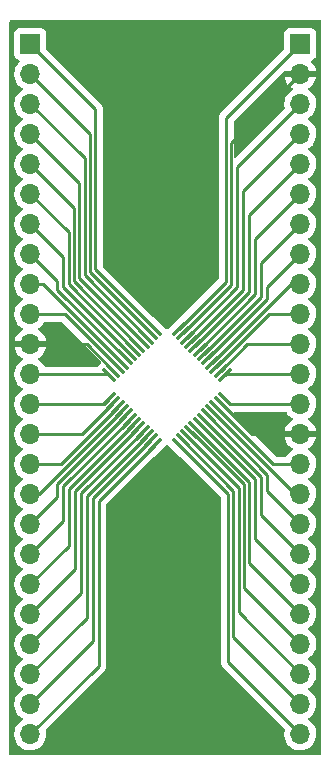
<source format=gbr>
%TF.GenerationSoftware,KiCad,Pcbnew,6.0.4-6f826c9f35~116~ubuntu21.10.1*%
%TF.CreationDate,2022-04-23T22:39:37+02:00*%
%TF.ProjectId,stm32f breakout,73746d33-3266-4206-9272-65616b6f7574,rev?*%
%TF.SameCoordinates,Original*%
%TF.FileFunction,Copper,L1,Top*%
%TF.FilePolarity,Positive*%
%FSLAX46Y46*%
G04 Gerber Fmt 4.6, Leading zero omitted, Abs format (unit mm)*
G04 Created by KiCad (PCBNEW 6.0.4-6f826c9f35~116~ubuntu21.10.1) date 2022-04-23 22:39:37*
%MOMM*%
%LPD*%
G01*
G04 APERTURE LIST*
G04 Aperture macros list*
%AMRoundRect*
0 Rectangle with rounded corners*
0 $1 Rounding radius*
0 $2 $3 $4 $5 $6 $7 $8 $9 X,Y pos of 4 corners*
0 Add a 4 corners polygon primitive as box body*
4,1,4,$2,$3,$4,$5,$6,$7,$8,$9,$2,$3,0*
0 Add four circle primitives for the rounded corners*
1,1,$1+$1,$2,$3*
1,1,$1+$1,$4,$5*
1,1,$1+$1,$6,$7*
1,1,$1+$1,$8,$9*
0 Add four rect primitives between the rounded corners*
20,1,$1+$1,$2,$3,$4,$5,0*
20,1,$1+$1,$4,$5,$6,$7,0*
20,1,$1+$1,$6,$7,$8,$9,0*
20,1,$1+$1,$8,$9,$2,$3,0*%
G04 Aperture macros list end*
%TA.AperFunction,ComponentPad*%
%ADD10R,1.700000X1.700000*%
%TD*%
%TA.AperFunction,ComponentPad*%
%ADD11O,1.700000X1.700000*%
%TD*%
%TA.AperFunction,SMDPad,CuDef*%
%ADD12RoundRect,0.075000X0.415425X-0.521491X0.521491X-0.415425X-0.415425X0.521491X-0.521491X0.415425X0*%
%TD*%
%TA.AperFunction,SMDPad,CuDef*%
%ADD13RoundRect,0.075000X-0.415425X-0.521491X0.521491X0.415425X0.415425X0.521491X-0.521491X-0.415425X0*%
%TD*%
%TA.AperFunction,ViaPad*%
%ADD14C,0.800000*%
%TD*%
%TA.AperFunction,Conductor*%
%ADD15C,0.250000*%
%TD*%
G04 APERTURE END LIST*
D10*
%TO.P,J2,1,Pin_1*%
%TO.N,Net-(U1-Pad37)*%
X125222000Y-69596000D03*
D11*
%TO.P,J2,2,Pin_2*%
%TO.N,Net-(U1-Pad38)*%
X125222000Y-72136000D03*
%TO.P,J2,3,Pin_3*%
%TO.N,Net-(U1-Pad39)*%
X125222000Y-74676000D03*
%TO.P,J2,4,Pin_4*%
%TO.N,Net-(U1-Pad40)*%
X125222000Y-77216000D03*
%TO.P,J2,5,Pin_5*%
%TO.N,Net-(J2-Pad5)*%
X125222000Y-79756000D03*
%TO.P,J2,6,Pin_6*%
%TO.N,Net-(J2-Pad6)*%
X125222000Y-82296000D03*
%TO.P,J2,7,Pin_7*%
%TO.N,Net-(J2-Pad7)*%
X125222000Y-84836000D03*
%TO.P,J2,8,Pin_8*%
%TO.N,Net-(J2-Pad8)*%
X125222000Y-87376000D03*
%TO.P,J2,9,Pin_9*%
%TO.N,Net-(J2-Pad9)*%
X125222000Y-89916000D03*
%TO.P,J2,10,Pin_10*%
%TO.N,Net-(J2-Pad10)*%
X125222000Y-92456000D03*
%TO.P,J2,11,Pin_11*%
%TO.N,GND*%
X125222000Y-94996000D03*
%TO.P,J2,12,Pin_12*%
%TO.N,Net-(J2-Pad12)*%
X125222000Y-97536000D03*
%TO.P,J2,13,Pin_13*%
%TO.N,Net-(J2-Pad13)*%
X125222000Y-100076000D03*
%TO.P,J2,14,Pin_14*%
%TO.N,Net-(J2-Pad14)*%
X125222000Y-102616000D03*
%TO.P,J2,15,Pin_15*%
%TO.N,Net-(J2-Pad15)*%
X125222000Y-105156000D03*
%TO.P,J2,16,Pin_16*%
%TO.N,Net-(J2-Pad16)*%
X125222000Y-107696000D03*
%TO.P,J2,17,Pin_17*%
%TO.N,Net-(J2-Pad17)*%
X125222000Y-110236000D03*
%TO.P,J2,18,Pin_18*%
%TO.N,Net-(U1-Pad6)*%
X125222000Y-112776000D03*
%TO.P,J2,19,Pin_19*%
%TO.N,Net-(U1-Pad7)*%
X125222000Y-115316000D03*
%TO.P,J2,20,Pin_20*%
%TO.N,Net-(U1-Pad8)*%
X125222000Y-117856000D03*
%TO.P,J2,21,Pin_21*%
%TO.N,Net-(U1-Pad9)*%
X125222000Y-120396000D03*
%TO.P,J2,22,Pin_22*%
%TO.N,Net-(J2-Pad22)*%
X125222000Y-122936000D03*
%TO.P,J2,23,Pin_23*%
%TO.N,Net-(J2-Pad23)*%
X125222000Y-125476000D03*
%TO.P,J2,24,Pin_24*%
%TO.N,Net-(J2-Pad24)*%
X125222000Y-128016000D03*
%TD*%
%TO.P,J1,24,Pin_24*%
%TO.N,Net-(U1-Pad13)*%
X148082000Y-128016000D03*
%TO.P,J1,23,Pin_23*%
%TO.N,Net-(U1-Pad14)*%
X148082000Y-125476000D03*
%TO.P,J1,22,Pin_22*%
%TO.N,Net-(U1-Pad15)*%
X148082000Y-122936000D03*
%TO.P,J1,21,Pin_21*%
%TO.N,Net-(U1-Pad16)*%
X148082000Y-120396000D03*
%TO.P,J1,20,Pin_20*%
%TO.N,Net-(U1-Pad17)*%
X148082000Y-117856000D03*
%TO.P,J1,19,Pin_19*%
%TO.N,Net-(J1-Pad19)*%
X148082000Y-115316000D03*
%TO.P,J1,18,Pin_18*%
%TO.N,Net-(J1-Pad18)*%
X148082000Y-112776000D03*
%TO.P,J1,17,Pin_17*%
%TO.N,Net-(J1-Pad17)*%
X148082000Y-110236000D03*
%TO.P,J1,16,Pin_16*%
%TO.N,Net-(J1-Pad16)*%
X148082000Y-107696000D03*
%TO.P,J1,15,Pin_15*%
%TO.N,Net-(J1-Pad15)*%
X148082000Y-105156000D03*
%TO.P,J1,14,Pin_14*%
%TO.N,GND*%
X148082000Y-102616000D03*
%TO.P,J1,13,Pin_13*%
%TO.N,Net-(U1-Pad24)*%
X148082000Y-100076000D03*
%TO.P,J1,12,Pin_12*%
%TO.N,Net-(J1-Pad12)*%
X148082000Y-97536000D03*
%TO.P,J1,11,Pin_11*%
%TO.N,Net-(U1-Pad26)*%
X148082000Y-94996000D03*
%TO.P,J1,10,Pin_10*%
%TO.N,Net-(U1-Pad27)*%
X148082000Y-92456000D03*
%TO.P,J1,9,Pin_9*%
%TO.N,Net-(U1-Pad28)*%
X148082000Y-89916000D03*
%TO.P,J1,8,Pin_8*%
%TO.N,Net-(U1-Pad29)*%
X148082000Y-87376000D03*
%TO.P,J1,7,Pin_7*%
%TO.N,Net-(U1-Pad30)*%
X148082000Y-84836000D03*
%TO.P,J1,6,Pin_6*%
%TO.N,Net-(U1-Pad31)*%
X148082000Y-82296000D03*
%TO.P,J1,5,Pin_5*%
%TO.N,Net-(J1-Pad5)*%
X148082000Y-79756000D03*
%TO.P,J1,4,Pin_4*%
%TO.N,Net-(J1-Pad4)*%
X148082000Y-77216000D03*
%TO.P,J1,3,Pin_3*%
%TO.N,Net-(J1-Pad3)*%
X148082000Y-74676000D03*
%TO.P,J1,2,Pin_2*%
%TO.N,GND*%
X148082000Y-72136000D03*
D10*
%TO.P,J1,1,Pin_1*%
%TO.N,Net-(U1-Pad36)*%
X148082000Y-69596000D03*
%TD*%
D12*
%TO.P,U1,48,VDD*%
%TO.N,Net-(J2-Pad12)*%
X131901355Y-97625317D03*
%TO.P,U1,47,VSS*%
%TO.N,GND*%
X132254909Y-97271763D03*
%TO.P,U1,46,PB9*%
%TO.N,Net-(J2-Pad10)*%
X132608462Y-96918210D03*
%TO.P,U1,45,PB8*%
%TO.N,Net-(J2-Pad9)*%
X132962016Y-96564656D03*
%TO.P,U1,44,BOOT0*%
%TO.N,Net-(J2-Pad8)*%
X133315569Y-96211103D03*
%TO.P,U1,43,PB7*%
%TO.N,Net-(J2-Pad7)*%
X133669122Y-95857550D03*
%TO.P,U1,42,PB6*%
%TO.N,Net-(J2-Pad6)*%
X134022676Y-95503996D03*
%TO.P,U1,41,PB5*%
%TO.N,Net-(J2-Pad5)*%
X134376229Y-95150443D03*
%TO.P,U1,40,PB4*%
%TO.N,Net-(U1-Pad40)*%
X134729782Y-94796890D03*
%TO.P,U1,39,PB3*%
%TO.N,Net-(U1-Pad39)*%
X135083336Y-94443336D03*
%TO.P,U1,38,PA15*%
%TO.N,Net-(U1-Pad38)*%
X135436889Y-94089783D03*
%TO.P,U1,37,PA14*%
%TO.N,Net-(U1-Pad37)*%
X135790443Y-93736229D03*
D13*
%TO.P,U1,36,VDD*%
%TO.N,Net-(U1-Pad36)*%
X137788019Y-93736229D03*
%TO.P,U1,35,VSS*%
%TO.N,GND*%
X138141573Y-94089783D03*
%TO.P,U1,34,PA13*%
%TO.N,Net-(J1-Pad3)*%
X138495126Y-94443336D03*
%TO.P,U1,33,PA12*%
%TO.N,Net-(J1-Pad4)*%
X138848680Y-94796890D03*
%TO.P,U1,32,PA11*%
%TO.N,Net-(J1-Pad5)*%
X139202233Y-95150443D03*
%TO.P,U1,31,PA10*%
%TO.N,Net-(U1-Pad31)*%
X139555786Y-95503996D03*
%TO.P,U1,30,PA9*%
%TO.N,Net-(U1-Pad30)*%
X139909340Y-95857550D03*
%TO.P,U1,29,PA8*%
%TO.N,Net-(U1-Pad29)*%
X140262893Y-96211103D03*
%TO.P,U1,28,PB15*%
%TO.N,Net-(U1-Pad28)*%
X140616446Y-96564656D03*
%TO.P,U1,27,PB14*%
%TO.N,Net-(U1-Pad27)*%
X140970000Y-96918210D03*
%TO.P,U1,26,PB13*%
%TO.N,Net-(U1-Pad26)*%
X141323553Y-97271763D03*
%TO.P,U1,25,PB12*%
%TO.N,Net-(J1-Pad12)*%
X141677107Y-97625317D03*
D12*
%TO.P,U1,24,VDD*%
%TO.N,Net-(U1-Pad24)*%
X141677107Y-99622893D03*
%TO.P,U1,23,VSS*%
%TO.N,GND*%
X141323553Y-99976447D03*
%TO.P,U1,22,PB11*%
%TO.N,Net-(J1-Pad15)*%
X140970000Y-100330000D03*
%TO.P,U1,21,PB10*%
%TO.N,Net-(J1-Pad16)*%
X140616446Y-100683554D03*
%TO.P,U1,20,PB2*%
%TO.N,Net-(J1-Pad17)*%
X140262893Y-101037107D03*
%TO.P,U1,19,PB1*%
%TO.N,Net-(J1-Pad18)*%
X139909340Y-101390660D03*
%TO.P,U1,18,PB0*%
%TO.N,Net-(J1-Pad19)*%
X139555786Y-101744214D03*
%TO.P,U1,17,PA7*%
%TO.N,Net-(U1-Pad17)*%
X139202233Y-102097767D03*
%TO.P,U1,16,PA6*%
%TO.N,Net-(U1-Pad16)*%
X138848680Y-102451320D03*
%TO.P,U1,15,PA5*%
%TO.N,Net-(U1-Pad15)*%
X138495126Y-102804874D03*
%TO.P,U1,14,PA4*%
%TO.N,Net-(U1-Pad14)*%
X138141573Y-103158427D03*
%TO.P,U1,13,PA3*%
%TO.N,Net-(U1-Pad13)*%
X137788019Y-103511981D03*
D13*
%TO.P,U1,12,PA2*%
%TO.N,Net-(J2-Pad24)*%
X135790443Y-103511981D03*
%TO.P,U1,11,PA1*%
%TO.N,Net-(J2-Pad23)*%
X135436889Y-103158427D03*
%TO.P,U1,10,PA0*%
%TO.N,Net-(J2-Pad22)*%
X135083336Y-102804874D03*
%TO.P,U1,9,VDDA*%
%TO.N,Net-(U1-Pad9)*%
X134729782Y-102451320D03*
%TO.P,U1,8,VSSA*%
%TO.N,Net-(U1-Pad8)*%
X134376229Y-102097767D03*
%TO.P,U1,7,NRST*%
%TO.N,Net-(U1-Pad7)*%
X134022676Y-101744214D03*
%TO.P,U1,6,PD1*%
%TO.N,Net-(U1-Pad6)*%
X133669122Y-101390660D03*
%TO.P,U1,5,PD0*%
%TO.N,Net-(J2-Pad17)*%
X133315569Y-101037107D03*
%TO.P,U1,4,PC15*%
%TO.N,Net-(J2-Pad16)*%
X132962016Y-100683554D03*
%TO.P,U1,3,PC14*%
%TO.N,Net-(J2-Pad15)*%
X132608462Y-100330000D03*
%TO.P,U1,2,PC13*%
%TO.N,Net-(J2-Pad14)*%
X132254909Y-99976447D03*
%TO.P,U1,1,VBAT*%
%TO.N,Net-(J2-Pad13)*%
X131901355Y-99622893D03*
%TD*%
D14*
%TO.N,GND*%
X136652000Y-120396000D03*
X136652000Y-116586000D03*
X136652000Y-112776000D03*
X136652000Y-81534000D03*
X136652000Y-78486000D03*
X136652000Y-75438000D03*
%TD*%
D15*
%TO.N,Net-(U1-Pad13)*%
X137788019Y-103511981D02*
X137824055Y-103511981D01*
X137824055Y-103511981D02*
X141965920Y-107653846D01*
X141965920Y-107653846D02*
X141965920Y-121899920D01*
X141965920Y-121899920D02*
X148082000Y-128016000D01*
%TO.N,Net-(U1-Pad14)*%
X138141573Y-103158427D02*
X142415440Y-107432294D01*
X142415440Y-107432294D02*
X142415440Y-119809440D01*
X142415440Y-119809440D02*
X148082000Y-125476000D01*
%TO.N,Net-(U1-Pad15)*%
X138495126Y-102804874D02*
X142864960Y-107174708D01*
X142864960Y-107174708D02*
X142864960Y-117718960D01*
X142864960Y-117718960D02*
X148082000Y-122936000D01*
%TO.N,Net-(U1-Pad16)*%
X138848680Y-102451320D02*
X138884714Y-102451320D01*
X138884714Y-102451320D02*
X143314480Y-106881086D01*
X143314480Y-106881086D02*
X143314480Y-115628480D01*
X143314480Y-115628480D02*
X148082000Y-120396000D01*
%TO.N,Net-(U1-Pad17)*%
X139202233Y-102097767D02*
X143764000Y-106659534D01*
X143764000Y-106659534D02*
X143764000Y-113538000D01*
X143764000Y-113538000D02*
X148082000Y-117856000D01*
%TO.N,Net-(J1-Pad19)*%
X139555786Y-101744214D02*
X144272000Y-106460428D01*
X144272000Y-106460428D02*
X144272000Y-111506000D01*
X144272000Y-111506000D02*
X148082000Y-115316000D01*
%TO.N,Net-(J1-Pad18)*%
X139909340Y-101390660D02*
X144780000Y-106261320D01*
X144780000Y-106261320D02*
X144780000Y-109474000D01*
X144780000Y-109474000D02*
X148082000Y-112776000D01*
%TO.N,Net-(J1-Pad17)*%
X140262893Y-101037107D02*
X145288000Y-106062214D01*
X145288000Y-106062214D02*
X145288000Y-107442000D01*
X145288000Y-107442000D02*
X148082000Y-110236000D01*
%TO.N,Net-(J1-Pad16)*%
X140616446Y-100683554D02*
X147628892Y-107696000D01*
X147628892Y-107696000D02*
X148082000Y-107696000D01*
%TO.N,Net-(J1-Pad15)*%
X140970000Y-100330000D02*
X145796000Y-105156000D01*
X145796000Y-105156000D02*
X148082000Y-105156000D01*
%TO.N,GND*%
X141323553Y-99976447D02*
X143963106Y-102616000D01*
X143963106Y-102616000D02*
X148082000Y-102616000D01*
%TO.N,Net-(U1-Pad24)*%
X141677107Y-99622893D02*
X142130214Y-100076000D01*
X142130214Y-100076000D02*
X148082000Y-100076000D01*
%TO.N,Net-(U1-Pad36)*%
X137788019Y-93736229D02*
X141790480Y-89733768D01*
X141790480Y-89733768D02*
X141790480Y-75887520D01*
X141790480Y-75887520D02*
X148082000Y-69596000D01*
%TO.N,GND*%
X138141573Y-94089783D02*
X142240000Y-89991356D01*
X142240000Y-89991356D02*
X142240000Y-77978000D01*
X142240000Y-77978000D02*
X148082000Y-72136000D01*
%TO.N,Net-(J1-Pad3)*%
X138495126Y-94443336D02*
X142748000Y-90190462D01*
X142748000Y-90190462D02*
X142748000Y-80010000D01*
X142748000Y-80010000D02*
X148082000Y-74676000D01*
%TO.N,Net-(J1-Pad4)*%
X138848680Y-94796890D02*
X143256000Y-90389570D01*
X143256000Y-90389570D02*
X143256000Y-82042000D01*
X143256000Y-82042000D02*
X148082000Y-77216000D01*
%TO.N,Net-(J1-Pad5)*%
X139202233Y-95150443D02*
X143764000Y-90588676D01*
X143764000Y-90588676D02*
X143764000Y-84074000D01*
X143764000Y-84074000D02*
X148082000Y-79756000D01*
%TO.N,Net-(U1-Pad31)*%
X139555786Y-95503996D02*
X144272000Y-90787782D01*
X144272000Y-90787782D02*
X144272000Y-86106000D01*
X144272000Y-86106000D02*
X148082000Y-82296000D01*
%TO.N,Net-(U1-Pad30)*%
X139909340Y-95857550D02*
X144780000Y-90986890D01*
X144780000Y-90986890D02*
X144780000Y-88138000D01*
X144780000Y-88138000D02*
X148082000Y-84836000D01*
%TO.N,Net-(U1-Pad29)*%
X140262893Y-96211103D02*
X145288000Y-91185996D01*
X145288000Y-91185996D02*
X145288000Y-90170000D01*
X145288000Y-90170000D02*
X148082000Y-87376000D01*
%TO.N,Net-(U1-Pad28)*%
X140616446Y-96564656D02*
X147265102Y-89916000D01*
X147265102Y-89916000D02*
X148082000Y-89916000D01*
%TO.N,Net-(U1-Pad27)*%
X140970000Y-96918210D02*
X145432210Y-92456000D01*
X145432210Y-92456000D02*
X148082000Y-92456000D01*
%TO.N,Net-(U1-Pad26)*%
X141323553Y-97271763D02*
X143599316Y-94996000D01*
X143599316Y-94996000D02*
X148082000Y-94996000D01*
%TO.N,Net-(J1-Pad12)*%
X141677107Y-97625317D02*
X141766424Y-97536000D01*
X141766424Y-97536000D02*
X148082000Y-97536000D01*
%TO.N,Net-(J2-Pad24)*%
X135790443Y-103511981D02*
X131005520Y-108296904D01*
X131005520Y-108296904D02*
X131005520Y-122232480D01*
X131005520Y-122232480D02*
X125222000Y-128016000D01*
%TO.N,Net-(J2-Pad23)*%
X135436889Y-103158427D02*
X130556000Y-108039316D01*
X130556000Y-108039316D02*
X130556000Y-120142000D01*
X130556000Y-120142000D02*
X125222000Y-125476000D01*
%TO.N,Net-(J2-Pad22)*%
X135083336Y-102804874D02*
X129989520Y-107898690D01*
X129989520Y-107898690D02*
X129989520Y-118168480D01*
X129989520Y-118168480D02*
X125222000Y-122936000D01*
%TO.N,Net-(U1-Pad9)*%
X134729782Y-102451320D02*
X129540000Y-107641102D01*
X129540000Y-107641102D02*
X129540000Y-116078000D01*
X129540000Y-116078000D02*
X125222000Y-120396000D01*
%TO.N,Net-(U1-Pad8)*%
X134376229Y-102097767D02*
X129032000Y-107441996D01*
X129032000Y-107441996D02*
X129032000Y-114046000D01*
X129032000Y-114046000D02*
X125222000Y-117856000D01*
%TO.N,Net-(U1-Pad7)*%
X134022676Y-101744214D02*
X128465520Y-107301370D01*
X128465520Y-107301370D02*
X128465520Y-112072480D01*
X128465520Y-112072480D02*
X125222000Y-115316000D01*
%TO.N,Net-(U1-Pad6)*%
X133669122Y-101390660D02*
X128016000Y-107043782D01*
X128016000Y-107043782D02*
X128016000Y-109982000D01*
X128016000Y-109982000D02*
X125222000Y-112776000D01*
%TO.N,Net-(J2-Pad17)*%
X133315569Y-101037107D02*
X127508000Y-106844676D01*
X127508000Y-106844676D02*
X127508000Y-107950000D01*
X127508000Y-107950000D02*
X125222000Y-110236000D01*
%TO.N,Net-(J2-Pad16)*%
X132962016Y-100683554D02*
X125949570Y-107696000D01*
X125949570Y-107696000D02*
X125222000Y-107696000D01*
%TO.N,Net-(J2-Pad15)*%
X132608462Y-100330000D02*
X127782462Y-105156000D01*
X127782462Y-105156000D02*
X125222000Y-105156000D01*
%TO.N,Net-(J2-Pad14)*%
X132254909Y-99976447D02*
X129615356Y-102616000D01*
X129615356Y-102616000D02*
X125222000Y-102616000D01*
%TO.N,Net-(J2-Pad13)*%
X131901355Y-99622893D02*
X131448248Y-100076000D01*
X131448248Y-100076000D02*
X125222000Y-100076000D01*
%TO.N,Net-(J2-Pad8)*%
X133315569Y-96211103D02*
X133295103Y-96211103D01*
X133295103Y-96211103D02*
X127508000Y-90424000D01*
X127508000Y-90424000D02*
X127508000Y-89662000D01*
X127508000Y-89662000D02*
X125222000Y-87376000D01*
%TO.N,Net-(U1-Pad37)*%
X135790443Y-93736229D02*
X130713120Y-88658906D01*
X130713120Y-88658906D02*
X130713120Y-75087120D01*
X130713120Y-75087120D02*
X125222000Y-69596000D01*
%TO.N,Net-(U1-Pad38)*%
X135436889Y-94089783D02*
X130263600Y-88916494D01*
X130263600Y-77177600D02*
X125222000Y-72136000D01*
X130263600Y-88916494D02*
X130263600Y-77177600D01*
%TO.N,Net-(U1-Pad39)*%
X135083336Y-94443336D02*
X129814080Y-89174080D01*
X129814080Y-89174080D02*
X129814080Y-79268080D01*
X129814080Y-79268080D02*
X125222000Y-74676000D01*
%TO.N,Net-(U1-Pad40)*%
X134729782Y-94796890D02*
X129364560Y-89431668D01*
X129364560Y-89431668D02*
X129364560Y-81358560D01*
X129364560Y-81358560D02*
X125222000Y-77216000D01*
%TO.N,Net-(J2-Pad5)*%
X134376229Y-95150443D02*
X128915040Y-89689254D01*
X128915040Y-89689254D02*
X128915040Y-83449040D01*
X128915040Y-83449040D02*
X125222000Y-79756000D01*
%TO.N,Net-(J2-Pad6)*%
X134022676Y-95503996D02*
X128465520Y-89946840D01*
X128465520Y-89946840D02*
X128465520Y-85539520D01*
X128465520Y-85539520D02*
X125222000Y-82296000D01*
%TO.N,Net-(J2-Pad7)*%
X133669122Y-95857550D02*
X128016000Y-90204428D01*
X128016000Y-90204428D02*
X128016000Y-87630000D01*
X128016000Y-87630000D02*
X125222000Y-84836000D01*
%TO.N,Net-(J2-Pad9)*%
X132962016Y-96564656D02*
X126313360Y-89916000D01*
X126313360Y-89916000D02*
X125222000Y-89916000D01*
%TO.N,Net-(J2-Pad10)*%
X132608462Y-96918210D02*
X128146252Y-92456000D01*
X128146252Y-92456000D02*
X125222000Y-92456000D01*
%TO.N,GND*%
X132254909Y-97271763D02*
X129979146Y-94996000D01*
X129979146Y-94996000D02*
X125222000Y-94996000D01*
%TO.N,Net-(J2-Pad12)*%
X131901355Y-97625317D02*
X131812038Y-97536000D01*
X131812038Y-97536000D02*
X125222000Y-97536000D01*
%TD*%
%TA.AperFunction,Conductor*%
%TO.N,GND*%
G36*
X149801621Y-67584502D02*
G01*
X149848114Y-67638158D01*
X149859500Y-67690500D01*
X149859500Y-129667500D01*
X149839498Y-129735621D01*
X149785842Y-129782114D01*
X149733500Y-129793500D01*
X123570500Y-129793500D01*
X123502379Y-129773498D01*
X123455886Y-129719842D01*
X123444500Y-129667500D01*
X123444500Y-127982695D01*
X123859251Y-127982695D01*
X123859548Y-127987848D01*
X123859548Y-127987851D01*
X123865011Y-128082590D01*
X123872110Y-128205715D01*
X123873247Y-128210761D01*
X123873248Y-128210767D01*
X123893119Y-128298939D01*
X123921222Y-128423639D01*
X124005266Y-128630616D01*
X124121987Y-128821088D01*
X124268250Y-128989938D01*
X124440126Y-129132632D01*
X124633000Y-129245338D01*
X124841692Y-129325030D01*
X124846760Y-129326061D01*
X124846763Y-129326062D01*
X124954017Y-129347883D01*
X125060597Y-129369567D01*
X125065772Y-129369757D01*
X125065774Y-129369757D01*
X125278673Y-129377564D01*
X125278677Y-129377564D01*
X125283837Y-129377753D01*
X125288957Y-129377097D01*
X125288959Y-129377097D01*
X125500288Y-129350025D01*
X125500289Y-129350025D01*
X125505416Y-129349368D01*
X125510366Y-129347883D01*
X125714429Y-129286661D01*
X125714434Y-129286659D01*
X125719384Y-129285174D01*
X125919994Y-129186896D01*
X126101860Y-129057173D01*
X126260096Y-128899489D01*
X126319594Y-128816689D01*
X126387435Y-128722277D01*
X126390453Y-128718077D01*
X126489430Y-128517811D01*
X126554370Y-128304069D01*
X126583529Y-128082590D01*
X126585156Y-128016000D01*
X126566852Y-127793361D01*
X126538821Y-127681765D01*
X126541625Y-127610823D01*
X126571930Y-127561974D01*
X131397767Y-122736137D01*
X131406057Y-122728593D01*
X131412538Y-122724480D01*
X131427693Y-122708342D01*
X131459178Y-122674813D01*
X131461933Y-122671971D01*
X131481654Y-122652250D01*
X131484132Y-122649055D01*
X131491838Y-122640033D01*
X131516678Y-122613581D01*
X131522106Y-122607801D01*
X131531866Y-122590048D01*
X131542719Y-122573525D01*
X131550273Y-122563786D01*
X131555133Y-122557521D01*
X131572696Y-122516937D01*
X131577903Y-122506307D01*
X131599215Y-122467540D01*
X131601186Y-122459863D01*
X131601188Y-122459858D01*
X131604252Y-122447922D01*
X131610658Y-122429210D01*
X131615554Y-122417897D01*
X131618701Y-122410625D01*
X131624628Y-122373208D01*
X131625617Y-122366961D01*
X131628024Y-122355340D01*
X131637048Y-122320191D01*
X131637048Y-122320190D01*
X131639020Y-122312510D01*
X131639020Y-122292249D01*
X131640571Y-122272538D01*
X131642133Y-122262680D01*
X131643739Y-122252537D01*
X131639579Y-122208526D01*
X131639020Y-122196669D01*
X131639020Y-108611498D01*
X131659022Y-108543377D01*
X131675925Y-108522403D01*
X135627467Y-104570862D01*
X135655479Y-104552140D01*
X135654502Y-104550448D01*
X135661654Y-104546319D01*
X135669285Y-104543158D01*
X135760572Y-104473112D01*
X136700136Y-103533548D01*
X136762448Y-103499522D01*
X136833263Y-103504587D01*
X136878326Y-103533548D01*
X137817890Y-104473112D01*
X137909177Y-104543158D01*
X137968954Y-104567919D01*
X137971639Y-104569031D01*
X138012515Y-104596345D01*
X141295515Y-107879345D01*
X141329541Y-107941657D01*
X141332420Y-107968440D01*
X141332420Y-121821153D01*
X141331893Y-121832336D01*
X141330218Y-121839829D01*
X141330467Y-121847755D01*
X141330467Y-121847756D01*
X141332358Y-121907906D01*
X141332420Y-121911865D01*
X141332420Y-121939776D01*
X141332917Y-121943710D01*
X141332917Y-121943711D01*
X141332925Y-121943776D01*
X141333858Y-121955613D01*
X141335247Y-121999809D01*
X141340898Y-122019259D01*
X141344907Y-122038620D01*
X141347446Y-122058717D01*
X141350365Y-122066088D01*
X141350365Y-122066090D01*
X141363724Y-122099832D01*
X141367569Y-122111062D01*
X141379902Y-122153513D01*
X141383935Y-122160332D01*
X141383937Y-122160337D01*
X141390213Y-122170948D01*
X141398908Y-122188696D01*
X141406368Y-122207537D01*
X141411030Y-122213953D01*
X141411030Y-122213954D01*
X141432356Y-122243307D01*
X141438872Y-122253227D01*
X141456085Y-122282332D01*
X141461378Y-122291282D01*
X141475699Y-122305603D01*
X141488539Y-122320636D01*
X141500448Y-122337027D01*
X141506554Y-122342078D01*
X141534525Y-122365218D01*
X141543304Y-122373208D01*
X146731778Y-127561682D01*
X146765804Y-127623994D01*
X146764100Y-127684448D01*
X146742989Y-127760570D01*
X146742441Y-127765700D01*
X146742440Y-127765704D01*
X146738933Y-127798522D01*
X146719251Y-127982695D01*
X146719548Y-127987848D01*
X146719548Y-127987851D01*
X146725011Y-128082590D01*
X146732110Y-128205715D01*
X146733247Y-128210761D01*
X146733248Y-128210767D01*
X146753119Y-128298939D01*
X146781222Y-128423639D01*
X146865266Y-128630616D01*
X146981987Y-128821088D01*
X147128250Y-128989938D01*
X147300126Y-129132632D01*
X147493000Y-129245338D01*
X147701692Y-129325030D01*
X147706760Y-129326061D01*
X147706763Y-129326062D01*
X147814017Y-129347883D01*
X147920597Y-129369567D01*
X147925772Y-129369757D01*
X147925774Y-129369757D01*
X148138673Y-129377564D01*
X148138677Y-129377564D01*
X148143837Y-129377753D01*
X148148957Y-129377097D01*
X148148959Y-129377097D01*
X148360288Y-129350025D01*
X148360289Y-129350025D01*
X148365416Y-129349368D01*
X148370366Y-129347883D01*
X148574429Y-129286661D01*
X148574434Y-129286659D01*
X148579384Y-129285174D01*
X148779994Y-129186896D01*
X148961860Y-129057173D01*
X149120096Y-128899489D01*
X149179594Y-128816689D01*
X149247435Y-128722277D01*
X149250453Y-128718077D01*
X149349430Y-128517811D01*
X149414370Y-128304069D01*
X149443529Y-128082590D01*
X149445156Y-128016000D01*
X149426852Y-127793361D01*
X149372431Y-127576702D01*
X149283354Y-127371840D01*
X149162014Y-127184277D01*
X149011670Y-127019051D01*
X149007619Y-127015852D01*
X149007615Y-127015848D01*
X148840414Y-126883800D01*
X148840410Y-126883798D01*
X148836359Y-126880598D01*
X148795053Y-126857796D01*
X148745084Y-126807364D01*
X148730312Y-126737921D01*
X148755428Y-126671516D01*
X148782780Y-126644909D01*
X148826603Y-126613650D01*
X148961860Y-126517173D01*
X149120096Y-126359489D01*
X149179594Y-126276689D01*
X149247435Y-126182277D01*
X149250453Y-126178077D01*
X149349430Y-125977811D01*
X149414370Y-125764069D01*
X149443529Y-125542590D01*
X149443846Y-125529632D01*
X149445074Y-125479365D01*
X149445074Y-125479361D01*
X149445156Y-125476000D01*
X149426852Y-125253361D01*
X149372431Y-125036702D01*
X149283354Y-124831840D01*
X149162014Y-124644277D01*
X149011670Y-124479051D01*
X149007619Y-124475852D01*
X149007615Y-124475848D01*
X148840414Y-124343800D01*
X148840410Y-124343798D01*
X148836359Y-124340598D01*
X148795053Y-124317796D01*
X148745084Y-124267364D01*
X148730312Y-124197921D01*
X148755428Y-124131516D01*
X148782780Y-124104909D01*
X148826603Y-124073650D01*
X148961860Y-123977173D01*
X149120096Y-123819489D01*
X149179594Y-123736689D01*
X149247435Y-123642277D01*
X149250453Y-123638077D01*
X149349430Y-123437811D01*
X149381900Y-123330940D01*
X149412865Y-123229023D01*
X149412865Y-123229021D01*
X149414370Y-123224069D01*
X149443529Y-123002590D01*
X149445156Y-122936000D01*
X149426852Y-122713361D01*
X149372431Y-122496702D01*
X149283354Y-122291840D01*
X149210667Y-122179483D01*
X149164822Y-122108617D01*
X149164820Y-122108614D01*
X149162014Y-122104277D01*
X149011670Y-121939051D01*
X149007619Y-121935852D01*
X149007615Y-121935848D01*
X148840414Y-121803800D01*
X148840410Y-121803798D01*
X148836359Y-121800598D01*
X148795053Y-121777796D01*
X148745084Y-121727364D01*
X148730312Y-121657921D01*
X148755428Y-121591516D01*
X148782780Y-121564909D01*
X148849827Y-121517085D01*
X148961860Y-121437173D01*
X149120096Y-121279489D01*
X149179594Y-121196689D01*
X149247435Y-121102277D01*
X149250453Y-121098077D01*
X149264925Y-121068796D01*
X149347136Y-120902453D01*
X149347137Y-120902451D01*
X149349430Y-120897811D01*
X149381900Y-120790940D01*
X149412865Y-120689023D01*
X149412865Y-120689021D01*
X149414370Y-120684069D01*
X149443529Y-120462590D01*
X149445156Y-120396000D01*
X149426852Y-120173361D01*
X149372431Y-119956702D01*
X149283354Y-119751840D01*
X149162014Y-119564277D01*
X149011670Y-119399051D01*
X149007619Y-119395852D01*
X149007615Y-119395848D01*
X148840414Y-119263800D01*
X148840410Y-119263798D01*
X148836359Y-119260598D01*
X148795053Y-119237796D01*
X148745084Y-119187364D01*
X148730312Y-119117921D01*
X148755428Y-119051516D01*
X148782780Y-119024909D01*
X148848101Y-118978316D01*
X148961860Y-118897173D01*
X149120096Y-118739489D01*
X149179594Y-118656689D01*
X149247435Y-118562277D01*
X149250453Y-118558077D01*
X149349430Y-118357811D01*
X149414370Y-118144069D01*
X149443529Y-117922590D01*
X149443933Y-117906075D01*
X149445074Y-117859365D01*
X149445074Y-117859361D01*
X149445156Y-117856000D01*
X149426852Y-117633361D01*
X149372431Y-117416702D01*
X149283354Y-117211840D01*
X149162014Y-117024277D01*
X149011670Y-116859051D01*
X149007619Y-116855852D01*
X149007615Y-116855848D01*
X148840414Y-116723800D01*
X148840410Y-116723798D01*
X148836359Y-116720598D01*
X148795053Y-116697796D01*
X148745084Y-116647364D01*
X148730312Y-116577921D01*
X148755428Y-116511516D01*
X148782780Y-116484909D01*
X148826603Y-116453650D01*
X148961860Y-116357173D01*
X149120096Y-116199489D01*
X149179594Y-116116689D01*
X149247435Y-116022277D01*
X149250453Y-116018077D01*
X149349430Y-115817811D01*
X149414370Y-115604069D01*
X149443529Y-115382590D01*
X149444017Y-115362605D01*
X149445074Y-115319365D01*
X149445074Y-115319361D01*
X149445156Y-115316000D01*
X149426852Y-115093361D01*
X149372431Y-114876702D01*
X149283354Y-114671840D01*
X149162014Y-114484277D01*
X149011670Y-114319051D01*
X149007619Y-114315852D01*
X149007615Y-114315848D01*
X148840414Y-114183800D01*
X148840410Y-114183798D01*
X148836359Y-114180598D01*
X148795053Y-114157796D01*
X148745084Y-114107364D01*
X148730312Y-114037921D01*
X148755428Y-113971516D01*
X148782780Y-113944909D01*
X148826603Y-113913650D01*
X148961860Y-113817173D01*
X149120096Y-113659489D01*
X149179594Y-113576689D01*
X149247435Y-113482277D01*
X149250453Y-113478077D01*
X149349430Y-113277811D01*
X149381900Y-113170940D01*
X149412865Y-113069023D01*
X149412865Y-113069021D01*
X149414370Y-113064069D01*
X149443529Y-112842590D01*
X149445156Y-112776000D01*
X149426852Y-112553361D01*
X149372431Y-112336702D01*
X149283354Y-112131840D01*
X149162014Y-111944277D01*
X149011670Y-111779051D01*
X149007619Y-111775852D01*
X149007615Y-111775848D01*
X148840414Y-111643800D01*
X148840410Y-111643798D01*
X148836359Y-111640598D01*
X148795053Y-111617796D01*
X148745084Y-111567364D01*
X148730312Y-111497921D01*
X148755428Y-111431516D01*
X148782780Y-111404909D01*
X148849827Y-111357085D01*
X148961860Y-111277173D01*
X149021052Y-111218188D01*
X149116435Y-111123137D01*
X149120096Y-111119489D01*
X149179594Y-111036689D01*
X149247435Y-110942277D01*
X149250453Y-110938077D01*
X149349430Y-110737811D01*
X149414370Y-110524069D01*
X149443529Y-110302590D01*
X149443846Y-110289633D01*
X149445074Y-110239365D01*
X149445074Y-110239361D01*
X149445156Y-110236000D01*
X149426852Y-110013361D01*
X149372431Y-109796702D01*
X149283354Y-109591840D01*
X149162014Y-109404277D01*
X149011670Y-109239051D01*
X149007619Y-109235852D01*
X149007615Y-109235848D01*
X148840414Y-109103800D01*
X148840410Y-109103798D01*
X148836359Y-109100598D01*
X148795053Y-109077796D01*
X148745084Y-109027364D01*
X148730312Y-108957921D01*
X148755428Y-108891516D01*
X148782780Y-108864909D01*
X148826603Y-108833650D01*
X148961860Y-108737173D01*
X149120096Y-108579489D01*
X149134598Y-108559308D01*
X149247435Y-108402277D01*
X149250453Y-108398077D01*
X149349430Y-108197811D01*
X149414370Y-107984069D01*
X149443529Y-107762590D01*
X149445156Y-107696000D01*
X149426852Y-107473361D01*
X149372431Y-107256702D01*
X149283354Y-107051840D01*
X149162014Y-106864277D01*
X149011670Y-106699051D01*
X149007619Y-106695852D01*
X149007615Y-106695848D01*
X148840414Y-106563800D01*
X148840410Y-106563798D01*
X148836359Y-106560598D01*
X148795053Y-106537796D01*
X148745084Y-106487364D01*
X148730312Y-106417921D01*
X148755428Y-106351516D01*
X148782780Y-106324909D01*
X148826603Y-106293650D01*
X148961860Y-106197173D01*
X149120096Y-106039489D01*
X149179594Y-105956689D01*
X149247435Y-105862277D01*
X149250453Y-105858077D01*
X149254145Y-105850608D01*
X149347136Y-105662453D01*
X149347137Y-105662451D01*
X149349430Y-105657811D01*
X149414370Y-105444069D01*
X149443529Y-105222590D01*
X149445156Y-105156000D01*
X149426852Y-104933361D01*
X149372431Y-104716702D01*
X149283354Y-104511840D01*
X149162014Y-104324277D01*
X149011670Y-104159051D01*
X149007619Y-104155852D01*
X149007615Y-104155848D01*
X148840414Y-104023800D01*
X148840410Y-104023798D01*
X148836359Y-104020598D01*
X148794569Y-103997529D01*
X148744598Y-103947097D01*
X148729826Y-103877654D01*
X148754942Y-103811248D01*
X148782294Y-103784641D01*
X148957328Y-103659792D01*
X148965200Y-103653139D01*
X149116052Y-103502812D01*
X149122730Y-103494965D01*
X149247003Y-103322020D01*
X149252313Y-103313183D01*
X149346670Y-103122267D01*
X149350469Y-103112672D01*
X149412377Y-102908910D01*
X149414555Y-102898837D01*
X149415986Y-102887962D01*
X149413775Y-102873778D01*
X149400617Y-102870000D01*
X146765225Y-102870000D01*
X146751694Y-102873973D01*
X146750257Y-102883966D01*
X146780565Y-103018446D01*
X146783645Y-103028275D01*
X146863770Y-103225603D01*
X146868413Y-103234794D01*
X146979694Y-103416388D01*
X146985777Y-103424699D01*
X147125213Y-103585667D01*
X147132580Y-103592883D01*
X147296434Y-103728916D01*
X147304881Y-103734831D01*
X147373969Y-103775203D01*
X147422693Y-103826842D01*
X147435764Y-103896625D01*
X147409033Y-103962396D01*
X147368584Y-103995752D01*
X147355607Y-104002507D01*
X147351474Y-104005610D01*
X147351471Y-104005612D01*
X147327247Y-104023800D01*
X147176965Y-104136635D01*
X147022629Y-104298138D01*
X147019715Y-104302410D01*
X147019714Y-104302411D01*
X146907095Y-104467504D01*
X146852184Y-104512507D01*
X146803007Y-104522500D01*
X146110594Y-104522500D01*
X146042473Y-104502498D01*
X146021499Y-104485595D01*
X142460499Y-100924595D01*
X142426473Y-100862283D01*
X142431538Y-100791468D01*
X142474085Y-100734632D01*
X142540605Y-100709821D01*
X142549594Y-100709500D01*
X146806274Y-100709500D01*
X146874395Y-100729502D01*
X146913707Y-100769665D01*
X146981987Y-100881088D01*
X147128250Y-101049938D01*
X147300126Y-101192632D01*
X147373445Y-101235476D01*
X147373955Y-101235774D01*
X147422679Y-101287412D01*
X147435750Y-101357195D01*
X147409019Y-101422967D01*
X147368562Y-101456327D01*
X147360457Y-101460546D01*
X147351738Y-101466036D01*
X147181433Y-101593905D01*
X147173726Y-101600748D01*
X147026590Y-101754717D01*
X147020104Y-101762727D01*
X146900098Y-101938649D01*
X146895000Y-101947623D01*
X146805338Y-102140783D01*
X146801775Y-102150470D01*
X146746389Y-102350183D01*
X146747912Y-102358607D01*
X146760292Y-102362000D01*
X149400344Y-102362000D01*
X149413875Y-102358027D01*
X149415180Y-102348947D01*
X149373214Y-102181875D01*
X149369894Y-102172124D01*
X149284972Y-101976814D01*
X149280105Y-101967739D01*
X149164426Y-101788926D01*
X149158136Y-101780757D01*
X149014806Y-101623240D01*
X149007273Y-101616215D01*
X148840139Y-101484222D01*
X148831556Y-101478520D01*
X148794602Y-101458120D01*
X148744631Y-101407687D01*
X148729859Y-101338245D01*
X148754975Y-101271839D01*
X148782327Y-101245232D01*
X148805797Y-101228491D01*
X148961860Y-101117173D01*
X149120096Y-100959489D01*
X149179594Y-100876689D01*
X149247435Y-100782277D01*
X149250453Y-100778077D01*
X149254145Y-100770608D01*
X149347136Y-100582453D01*
X149347137Y-100582451D01*
X149349430Y-100577811D01*
X149414370Y-100364069D01*
X149443529Y-100142590D01*
X149445156Y-100076000D01*
X149426852Y-99853361D01*
X149372431Y-99636702D01*
X149283354Y-99431840D01*
X149240989Y-99366354D01*
X149164822Y-99248617D01*
X149164820Y-99248614D01*
X149162014Y-99244277D01*
X149011670Y-99079051D01*
X149007619Y-99075852D01*
X149007615Y-99075848D01*
X148840414Y-98943800D01*
X148840410Y-98943798D01*
X148836359Y-98940598D01*
X148795053Y-98917796D01*
X148745084Y-98867364D01*
X148730312Y-98797921D01*
X148755428Y-98731516D01*
X148782780Y-98704909D01*
X148843270Y-98661762D01*
X148961860Y-98577173D01*
X149120096Y-98419489D01*
X149179594Y-98336689D01*
X149247435Y-98242277D01*
X149250453Y-98238077D01*
X149254145Y-98230608D01*
X149347136Y-98042453D01*
X149347137Y-98042451D01*
X149349430Y-98037811D01*
X149414370Y-97824069D01*
X149443529Y-97602590D01*
X149445156Y-97536000D01*
X149426852Y-97313361D01*
X149372431Y-97096702D01*
X149283354Y-96891840D01*
X149234132Y-96815754D01*
X149164822Y-96708617D01*
X149164820Y-96708614D01*
X149162014Y-96704277D01*
X149011670Y-96539051D01*
X149007619Y-96535852D01*
X149007615Y-96535848D01*
X148840414Y-96403800D01*
X148840410Y-96403798D01*
X148836359Y-96400598D01*
X148795053Y-96377796D01*
X148745084Y-96327364D01*
X148730312Y-96257921D01*
X148755428Y-96191516D01*
X148782780Y-96164909D01*
X148826603Y-96133650D01*
X148961860Y-96037173D01*
X149120096Y-95879489D01*
X149134003Y-95860136D01*
X149247435Y-95702277D01*
X149250453Y-95698077D01*
X149254611Y-95689665D01*
X149347136Y-95502453D01*
X149347137Y-95502451D01*
X149349430Y-95497811D01*
X149414370Y-95284069D01*
X149443529Y-95062590D01*
X149443893Y-95047710D01*
X149445074Y-94999365D01*
X149445074Y-94999361D01*
X149445156Y-94996000D01*
X149426852Y-94773361D01*
X149372431Y-94556702D01*
X149283354Y-94351840D01*
X149242599Y-94288842D01*
X149164822Y-94168617D01*
X149164820Y-94168614D01*
X149162014Y-94164277D01*
X149011670Y-93999051D01*
X149007619Y-93995852D01*
X149007615Y-93995848D01*
X148840414Y-93863800D01*
X148840410Y-93863798D01*
X148836359Y-93860598D01*
X148795053Y-93837796D01*
X148745084Y-93787364D01*
X148730312Y-93717921D01*
X148755428Y-93651516D01*
X148782780Y-93624909D01*
X148826603Y-93593650D01*
X148961860Y-93497173D01*
X149120096Y-93339489D01*
X149179594Y-93256689D01*
X149247435Y-93162277D01*
X149250453Y-93158077D01*
X149254145Y-93150608D01*
X149347136Y-92962453D01*
X149347137Y-92962451D01*
X149349430Y-92957811D01*
X149414370Y-92744069D01*
X149443529Y-92522590D01*
X149445156Y-92456000D01*
X149426852Y-92233361D01*
X149372431Y-92016702D01*
X149283354Y-91811840D01*
X149237223Y-91740532D01*
X149164822Y-91628617D01*
X149164820Y-91628614D01*
X149162014Y-91624277D01*
X149011670Y-91459051D01*
X149007619Y-91455852D01*
X149007615Y-91455848D01*
X148840414Y-91323800D01*
X148840410Y-91323798D01*
X148836359Y-91320598D01*
X148795053Y-91297796D01*
X148745084Y-91247364D01*
X148730312Y-91177921D01*
X148755428Y-91111516D01*
X148782780Y-91084909D01*
X148826603Y-91053650D01*
X148961860Y-90957173D01*
X149120096Y-90799489D01*
X149179594Y-90716689D01*
X149247435Y-90622277D01*
X149250453Y-90618077D01*
X149349430Y-90417811D01*
X149414370Y-90204069D01*
X149443529Y-89982590D01*
X149445156Y-89916000D01*
X149426852Y-89693361D01*
X149372431Y-89476702D01*
X149283354Y-89271840D01*
X149162014Y-89084277D01*
X149011670Y-88919051D01*
X149007619Y-88915852D01*
X149007615Y-88915848D01*
X148840414Y-88783800D01*
X148840410Y-88783798D01*
X148836359Y-88780598D01*
X148795053Y-88757796D01*
X148745084Y-88707364D01*
X148730312Y-88637921D01*
X148755428Y-88571516D01*
X148782780Y-88544909D01*
X148826603Y-88513650D01*
X148961860Y-88417173D01*
X148982605Y-88396501D01*
X149116435Y-88263137D01*
X149120096Y-88259489D01*
X149179594Y-88176689D01*
X149247435Y-88082277D01*
X149250453Y-88078077D01*
X149349430Y-87877811D01*
X149414370Y-87664069D01*
X149443529Y-87442590D01*
X149445156Y-87376000D01*
X149426852Y-87153361D01*
X149372431Y-86936702D01*
X149283354Y-86731840D01*
X149243906Y-86670862D01*
X149164822Y-86548617D01*
X149164820Y-86548614D01*
X149162014Y-86544277D01*
X149011670Y-86379051D01*
X149007619Y-86375852D01*
X149007615Y-86375848D01*
X148840414Y-86243800D01*
X148840410Y-86243798D01*
X148836359Y-86240598D01*
X148795053Y-86217796D01*
X148745084Y-86167364D01*
X148730312Y-86097921D01*
X148755428Y-86031516D01*
X148782780Y-86004909D01*
X148826603Y-85973650D01*
X148961860Y-85877173D01*
X149011876Y-85827332D01*
X149116435Y-85723137D01*
X149120096Y-85719489D01*
X149179594Y-85636689D01*
X149247435Y-85542277D01*
X149250453Y-85538077D01*
X149349430Y-85337811D01*
X149414370Y-85124069D01*
X149443529Y-84902590D01*
X149443630Y-84898461D01*
X149445074Y-84839365D01*
X149445074Y-84839361D01*
X149445156Y-84836000D01*
X149426852Y-84613361D01*
X149372431Y-84396702D01*
X149283354Y-84191840D01*
X149162014Y-84004277D01*
X149011670Y-83839051D01*
X149007619Y-83835852D01*
X149007615Y-83835848D01*
X148840414Y-83703800D01*
X148840410Y-83703798D01*
X148836359Y-83700598D01*
X148795053Y-83677796D01*
X148745084Y-83627364D01*
X148730312Y-83557921D01*
X148755428Y-83491516D01*
X148782780Y-83464909D01*
X148826603Y-83433650D01*
X148961860Y-83337173D01*
X149120096Y-83179489D01*
X149179594Y-83096689D01*
X149247435Y-83002277D01*
X149250453Y-82998077D01*
X149349430Y-82797811D01*
X149414370Y-82584069D01*
X149443529Y-82362590D01*
X149445156Y-82296000D01*
X149426852Y-82073361D01*
X149372431Y-81856702D01*
X149283354Y-81651840D01*
X149243906Y-81590862D01*
X149164822Y-81468617D01*
X149164820Y-81468614D01*
X149162014Y-81464277D01*
X149011670Y-81299051D01*
X149007619Y-81295852D01*
X149007615Y-81295848D01*
X148840414Y-81163800D01*
X148840410Y-81163798D01*
X148836359Y-81160598D01*
X148795053Y-81137796D01*
X148745084Y-81087364D01*
X148730312Y-81017921D01*
X148755428Y-80951516D01*
X148782780Y-80924909D01*
X148826603Y-80893650D01*
X148961860Y-80797173D01*
X148967138Y-80791914D01*
X149116435Y-80643137D01*
X149120096Y-80639489D01*
X149179594Y-80556689D01*
X149247435Y-80462277D01*
X149250453Y-80458077D01*
X149349430Y-80257811D01*
X149399301Y-80093668D01*
X149412865Y-80049023D01*
X149412865Y-80049021D01*
X149414370Y-80044069D01*
X149443529Y-79822590D01*
X149445156Y-79756000D01*
X149426852Y-79533361D01*
X149372431Y-79316702D01*
X149283354Y-79111840D01*
X149162014Y-78924277D01*
X149011670Y-78759051D01*
X149007619Y-78755852D01*
X149007615Y-78755848D01*
X148840414Y-78623800D01*
X148840410Y-78623798D01*
X148836359Y-78620598D01*
X148795053Y-78597796D01*
X148745084Y-78547364D01*
X148730312Y-78477921D01*
X148755428Y-78411516D01*
X148782780Y-78384909D01*
X148826603Y-78353650D01*
X148961860Y-78257173D01*
X149031079Y-78188196D01*
X149116435Y-78103137D01*
X149120096Y-78099489D01*
X149179594Y-78016689D01*
X149247435Y-77922277D01*
X149250453Y-77918077D01*
X149349430Y-77717811D01*
X149414370Y-77504069D01*
X149443529Y-77282590D01*
X149445156Y-77216000D01*
X149426852Y-76993361D01*
X149372431Y-76776702D01*
X149283354Y-76571840D01*
X149162014Y-76384277D01*
X149011670Y-76219051D01*
X149007619Y-76215852D01*
X149007615Y-76215848D01*
X148840414Y-76083800D01*
X148840410Y-76083798D01*
X148836359Y-76080598D01*
X148795053Y-76057796D01*
X148745084Y-76007364D01*
X148730312Y-75937921D01*
X148755428Y-75871516D01*
X148782780Y-75844909D01*
X148846008Y-75799809D01*
X148961860Y-75717173D01*
X148969686Y-75709375D01*
X149116435Y-75563137D01*
X149120096Y-75559489D01*
X149179594Y-75476689D01*
X149247435Y-75382277D01*
X149250453Y-75378077D01*
X149349430Y-75177811D01*
X149414370Y-74964069D01*
X149443529Y-74742590D01*
X149443611Y-74739240D01*
X149445074Y-74679365D01*
X149445074Y-74679361D01*
X149445156Y-74676000D01*
X149426852Y-74453361D01*
X149372431Y-74236702D01*
X149283354Y-74031840D01*
X149162014Y-73844277D01*
X149011670Y-73679051D01*
X149007619Y-73675852D01*
X149007615Y-73675848D01*
X148840414Y-73543800D01*
X148840410Y-73543798D01*
X148836359Y-73540598D01*
X148794569Y-73517529D01*
X148744598Y-73467097D01*
X148729826Y-73397654D01*
X148754942Y-73331248D01*
X148782294Y-73304641D01*
X148957328Y-73179792D01*
X148965200Y-73173139D01*
X149116052Y-73022812D01*
X149122730Y-73014965D01*
X149247003Y-72842020D01*
X149252313Y-72833183D01*
X149346670Y-72642267D01*
X149350469Y-72632672D01*
X149412377Y-72428910D01*
X149414555Y-72418837D01*
X149415986Y-72407962D01*
X149413775Y-72393778D01*
X149400617Y-72390000D01*
X146765225Y-72390000D01*
X146751694Y-72393973D01*
X146750257Y-72403966D01*
X146780565Y-72538446D01*
X146783645Y-72548275D01*
X146863770Y-72745603D01*
X146868413Y-72754794D01*
X146979694Y-72936388D01*
X146985777Y-72944699D01*
X147125213Y-73105667D01*
X147132580Y-73112883D01*
X147296434Y-73248916D01*
X147304881Y-73254831D01*
X147373969Y-73295203D01*
X147422693Y-73346842D01*
X147435764Y-73416625D01*
X147409033Y-73482396D01*
X147368584Y-73515752D01*
X147355607Y-73522507D01*
X147351474Y-73525610D01*
X147351471Y-73525612D01*
X147327247Y-73543800D01*
X147176965Y-73656635D01*
X147022629Y-73818138D01*
X146896743Y-74002680D01*
X146802688Y-74205305D01*
X146742989Y-74420570D01*
X146719251Y-74642695D01*
X146719548Y-74647848D01*
X146719548Y-74647851D01*
X146729249Y-74816091D01*
X146732110Y-74865715D01*
X146733247Y-74870761D01*
X146733248Y-74870767D01*
X146765453Y-75013668D01*
X146760917Y-75084520D01*
X146731631Y-75130464D01*
X142639075Y-79223020D01*
X142576763Y-79257046D01*
X142505948Y-79251981D01*
X142449112Y-79209434D01*
X142424301Y-79142914D01*
X142423980Y-79133925D01*
X142423980Y-76202114D01*
X142443982Y-76133993D01*
X142460885Y-76113019D01*
X146655000Y-71918905D01*
X146717312Y-71884879D01*
X146744095Y-71882000D01*
X149400344Y-71882000D01*
X149413875Y-71878027D01*
X149415180Y-71868947D01*
X149373214Y-71701875D01*
X149369894Y-71692124D01*
X149284972Y-71496814D01*
X149280105Y-71487739D01*
X149164426Y-71308926D01*
X149158136Y-71300757D01*
X149014293Y-71142677D01*
X148983241Y-71078831D01*
X148991635Y-71008333D01*
X149036812Y-70953564D01*
X149063256Y-70939895D01*
X149170297Y-70899767D01*
X149178705Y-70896615D01*
X149295261Y-70809261D01*
X149382615Y-70692705D01*
X149433745Y-70556316D01*
X149440500Y-70494134D01*
X149440500Y-68697866D01*
X149433745Y-68635684D01*
X149382615Y-68499295D01*
X149295261Y-68382739D01*
X149178705Y-68295385D01*
X149042316Y-68244255D01*
X148980134Y-68237500D01*
X147183866Y-68237500D01*
X147121684Y-68244255D01*
X146985295Y-68295385D01*
X146868739Y-68382739D01*
X146781385Y-68499295D01*
X146730255Y-68635684D01*
X146723500Y-68697866D01*
X146723500Y-70006406D01*
X146703498Y-70074527D01*
X146686595Y-70095501D01*
X141398227Y-75383868D01*
X141389941Y-75391408D01*
X141383462Y-75395520D01*
X141378037Y-75401297D01*
X141336837Y-75445171D01*
X141334082Y-75448013D01*
X141314345Y-75467750D01*
X141311865Y-75470947D01*
X141304162Y-75479967D01*
X141273894Y-75512199D01*
X141270075Y-75519145D01*
X141270073Y-75519148D01*
X141264132Y-75529954D01*
X141253281Y-75546473D01*
X141240866Y-75562479D01*
X141237721Y-75569748D01*
X141237718Y-75569752D01*
X141223306Y-75603057D01*
X141218089Y-75613707D01*
X141196785Y-75652460D01*
X141194814Y-75660135D01*
X141194814Y-75660136D01*
X141191747Y-75672082D01*
X141185343Y-75690786D01*
X141177299Y-75709375D01*
X141176060Y-75717198D01*
X141176057Y-75717208D01*
X141170381Y-75753044D01*
X141167975Y-75764664D01*
X141156980Y-75807490D01*
X141156980Y-75827744D01*
X141155429Y-75847454D01*
X141152260Y-75867463D01*
X141153006Y-75875355D01*
X141156421Y-75911481D01*
X141156980Y-75923339D01*
X141156980Y-89419174D01*
X141136978Y-89487295D01*
X141120075Y-89508269D01*
X139516827Y-91111516D01*
X137950995Y-92677348D01*
X137922983Y-92696070D01*
X137923960Y-92697762D01*
X137916808Y-92701891D01*
X137909177Y-92705052D01*
X137817890Y-92775098D01*
X136878326Y-93714662D01*
X136816014Y-93748688D01*
X136745199Y-93743623D01*
X136700136Y-93714662D01*
X135760572Y-92775098D01*
X135669285Y-92705052D01*
X135661658Y-92701893D01*
X135654502Y-92697761D01*
X135655480Y-92696067D01*
X135627465Y-92677347D01*
X131383525Y-88433406D01*
X131349499Y-88371094D01*
X131346620Y-88344311D01*
X131346620Y-75165883D01*
X131347147Y-75154699D01*
X131348821Y-75147211D01*
X131346682Y-75079152D01*
X131346620Y-75075195D01*
X131346620Y-75047264D01*
X131346114Y-75043258D01*
X131345181Y-75031412D01*
X131344042Y-74995157D01*
X131343793Y-74987230D01*
X131338142Y-74967778D01*
X131334134Y-74948426D01*
X131332588Y-74936188D01*
X131332587Y-74936186D01*
X131331594Y-74928323D01*
X131315314Y-74887206D01*
X131311479Y-74876005D01*
X131299138Y-74833526D01*
X131295105Y-74826707D01*
X131295103Y-74826702D01*
X131288827Y-74816091D01*
X131280130Y-74798341D01*
X131272672Y-74779503D01*
X131246691Y-74743743D01*
X131240173Y-74733821D01*
X131221698Y-74702580D01*
X131221694Y-74702575D01*
X131217662Y-74695757D01*
X131203338Y-74681433D01*
X131190496Y-74666398D01*
X131178592Y-74650013D01*
X131144526Y-74621831D01*
X131135747Y-74613842D01*
X126617405Y-70095500D01*
X126583379Y-70033188D01*
X126580500Y-70006405D01*
X126580500Y-68697866D01*
X126573745Y-68635684D01*
X126522615Y-68499295D01*
X126435261Y-68382739D01*
X126318705Y-68295385D01*
X126182316Y-68244255D01*
X126120134Y-68237500D01*
X124323866Y-68237500D01*
X124261684Y-68244255D01*
X124125295Y-68295385D01*
X124008739Y-68382739D01*
X123921385Y-68499295D01*
X123870255Y-68635684D01*
X123863500Y-68697866D01*
X123863500Y-70494134D01*
X123870255Y-70556316D01*
X123921385Y-70692705D01*
X124008739Y-70809261D01*
X124125295Y-70896615D01*
X124133704Y-70899767D01*
X124133705Y-70899768D01*
X124242451Y-70940535D01*
X124299216Y-70983176D01*
X124323916Y-71049738D01*
X124308709Y-71119087D01*
X124289316Y-71145568D01*
X124162629Y-71278138D01*
X124036743Y-71462680D01*
X123942688Y-71665305D01*
X123882989Y-71880570D01*
X123859251Y-72102695D01*
X123859548Y-72107848D01*
X123859548Y-72107851D01*
X123865011Y-72202590D01*
X123872110Y-72325715D01*
X123873247Y-72330761D01*
X123873248Y-72330767D01*
X123886597Y-72390000D01*
X123921222Y-72543639D01*
X124005266Y-72750616D01*
X124121987Y-72941088D01*
X124268250Y-73109938D01*
X124440126Y-73252632D01*
X124510595Y-73293811D01*
X124513445Y-73295476D01*
X124562169Y-73347114D01*
X124575240Y-73416897D01*
X124548509Y-73482669D01*
X124508055Y-73516027D01*
X124495607Y-73522507D01*
X124491474Y-73525610D01*
X124491471Y-73525612D01*
X124467247Y-73543800D01*
X124316965Y-73656635D01*
X124162629Y-73818138D01*
X124036743Y-74002680D01*
X123942688Y-74205305D01*
X123882989Y-74420570D01*
X123859251Y-74642695D01*
X123859548Y-74647848D01*
X123859548Y-74647851D01*
X123869249Y-74816091D01*
X123872110Y-74865715D01*
X123873247Y-74870761D01*
X123873248Y-74870767D01*
X123893119Y-74958939D01*
X123921222Y-75083639D01*
X124005266Y-75290616D01*
X124041365Y-75349524D01*
X124115768Y-75470939D01*
X124121987Y-75481088D01*
X124268250Y-75649938D01*
X124440126Y-75792632D01*
X124500213Y-75827744D01*
X124513445Y-75835476D01*
X124562169Y-75887114D01*
X124575240Y-75956897D01*
X124548509Y-76022669D01*
X124508055Y-76056027D01*
X124495607Y-76062507D01*
X124491474Y-76065610D01*
X124491471Y-76065612D01*
X124428331Y-76113019D01*
X124316965Y-76196635D01*
X124162629Y-76358138D01*
X124036743Y-76542680D01*
X123942688Y-76745305D01*
X123882989Y-76960570D01*
X123859251Y-77182695D01*
X123859548Y-77187848D01*
X123859548Y-77187851D01*
X123865011Y-77282590D01*
X123872110Y-77405715D01*
X123873247Y-77410761D01*
X123873248Y-77410767D01*
X123885563Y-77465412D01*
X123921222Y-77623639D01*
X124005266Y-77830616D01*
X124007965Y-77835020D01*
X124108219Y-77998620D01*
X124121987Y-78021088D01*
X124268250Y-78189938D01*
X124440126Y-78332632D01*
X124510595Y-78373811D01*
X124513445Y-78375476D01*
X124562169Y-78427114D01*
X124575240Y-78496897D01*
X124548509Y-78562669D01*
X124508055Y-78596027D01*
X124495607Y-78602507D01*
X124491474Y-78605610D01*
X124491471Y-78605612D01*
X124467247Y-78623800D01*
X124316965Y-78736635D01*
X124162629Y-78898138D01*
X124036743Y-79082680D01*
X123989716Y-79183992D01*
X123971600Y-79223020D01*
X123942688Y-79285305D01*
X123882989Y-79500570D01*
X123859251Y-79722695D01*
X123859548Y-79727848D01*
X123859548Y-79727851D01*
X123865011Y-79822590D01*
X123872110Y-79945715D01*
X123873247Y-79950761D01*
X123873248Y-79950767D01*
X123878594Y-79974486D01*
X123921222Y-80163639D01*
X124005266Y-80370616D01*
X124121987Y-80561088D01*
X124268250Y-80729938D01*
X124440126Y-80872632D01*
X124510595Y-80913811D01*
X124513445Y-80915476D01*
X124562169Y-80967114D01*
X124575240Y-81036897D01*
X124548509Y-81102669D01*
X124508055Y-81136027D01*
X124495607Y-81142507D01*
X124491474Y-81145610D01*
X124491471Y-81145612D01*
X124467247Y-81163800D01*
X124316965Y-81276635D01*
X124162629Y-81438138D01*
X124036743Y-81622680D01*
X123942688Y-81825305D01*
X123882989Y-82040570D01*
X123859251Y-82262695D01*
X123859548Y-82267848D01*
X123859548Y-82267851D01*
X123865011Y-82362590D01*
X123872110Y-82485715D01*
X123873247Y-82490761D01*
X123873248Y-82490767D01*
X123893119Y-82578939D01*
X123921222Y-82703639D01*
X124005266Y-82910616D01*
X124007965Y-82915020D01*
X124092271Y-83052595D01*
X124121987Y-83101088D01*
X124268250Y-83269938D01*
X124440126Y-83412632D01*
X124510595Y-83453811D01*
X124513445Y-83455476D01*
X124562169Y-83507114D01*
X124575240Y-83576897D01*
X124548509Y-83642669D01*
X124508055Y-83676027D01*
X124495607Y-83682507D01*
X124491474Y-83685610D01*
X124491471Y-83685612D01*
X124321100Y-83813530D01*
X124316965Y-83816635D01*
X124162629Y-83978138D01*
X124036743Y-84162680D01*
X123942688Y-84365305D01*
X123882989Y-84580570D01*
X123859251Y-84802695D01*
X123859548Y-84807848D01*
X123859548Y-84807851D01*
X123865011Y-84902590D01*
X123872110Y-85025715D01*
X123873247Y-85030761D01*
X123873248Y-85030767D01*
X123885379Y-85084595D01*
X123921222Y-85243639D01*
X124005266Y-85450616D01*
X124121987Y-85641088D01*
X124268250Y-85809938D01*
X124440126Y-85952632D01*
X124510595Y-85993811D01*
X124513445Y-85995476D01*
X124562169Y-86047114D01*
X124575240Y-86116897D01*
X124548509Y-86182669D01*
X124508055Y-86216027D01*
X124495607Y-86222507D01*
X124491474Y-86225610D01*
X124491471Y-86225612D01*
X124350443Y-86331499D01*
X124316965Y-86356635D01*
X124162629Y-86518138D01*
X124036743Y-86702680D01*
X124021003Y-86736590D01*
X123950761Y-86887914D01*
X123942688Y-86905305D01*
X123882989Y-87120570D01*
X123859251Y-87342695D01*
X123859548Y-87347848D01*
X123859548Y-87347851D01*
X123865011Y-87442590D01*
X123872110Y-87565715D01*
X123873247Y-87570761D01*
X123873248Y-87570767D01*
X123893119Y-87658939D01*
X123921222Y-87783639D01*
X124005266Y-87990616D01*
X124121987Y-88181088D01*
X124268250Y-88349938D01*
X124440126Y-88492632D01*
X124510595Y-88533811D01*
X124513445Y-88535476D01*
X124562169Y-88587114D01*
X124575240Y-88656897D01*
X124548509Y-88722669D01*
X124508055Y-88756027D01*
X124495607Y-88762507D01*
X124491474Y-88765610D01*
X124491471Y-88765612D01*
X124321100Y-88893530D01*
X124316965Y-88896635D01*
X124162629Y-89058138D01*
X124036743Y-89242680D01*
X124021003Y-89276590D01*
X123954818Y-89419174D01*
X123942688Y-89445305D01*
X123882989Y-89660570D01*
X123859251Y-89882695D01*
X123859548Y-89887848D01*
X123859548Y-89887851D01*
X123865011Y-89982590D01*
X123872110Y-90105715D01*
X123873247Y-90110761D01*
X123873248Y-90110767D01*
X123893119Y-90198939D01*
X123921222Y-90323639D01*
X124005266Y-90530616D01*
X124121987Y-90721088D01*
X124268250Y-90889938D01*
X124440126Y-91032632D01*
X124510595Y-91073811D01*
X124513445Y-91075476D01*
X124562169Y-91127114D01*
X124575240Y-91196897D01*
X124548509Y-91262669D01*
X124508055Y-91296027D01*
X124495607Y-91302507D01*
X124491474Y-91305610D01*
X124491471Y-91305612D01*
X124467247Y-91323800D01*
X124316965Y-91436635D01*
X124162629Y-91598138D01*
X124036743Y-91782680D01*
X123942688Y-91985305D01*
X123882989Y-92200570D01*
X123859251Y-92422695D01*
X123859548Y-92427848D01*
X123859548Y-92427851D01*
X123865011Y-92522590D01*
X123872110Y-92645715D01*
X123873247Y-92650761D01*
X123873248Y-92650767D01*
X123893119Y-92738939D01*
X123921222Y-92863639D01*
X124005266Y-93070616D01*
X124053707Y-93149665D01*
X124119291Y-93256688D01*
X124121987Y-93261088D01*
X124268250Y-93429938D01*
X124440126Y-93572632D01*
X124513445Y-93615476D01*
X124513955Y-93615774D01*
X124562679Y-93667412D01*
X124575750Y-93737195D01*
X124549019Y-93802967D01*
X124508562Y-93836327D01*
X124500457Y-93840546D01*
X124491738Y-93846036D01*
X124321433Y-93973905D01*
X124313726Y-93980748D01*
X124166590Y-94134717D01*
X124160104Y-94142727D01*
X124040098Y-94318649D01*
X124035000Y-94327623D01*
X123945338Y-94520783D01*
X123941775Y-94530470D01*
X123886389Y-94730183D01*
X123887912Y-94738607D01*
X123900292Y-94742000D01*
X126540344Y-94742000D01*
X126553875Y-94738027D01*
X126555180Y-94728947D01*
X126513214Y-94561875D01*
X126509894Y-94552124D01*
X126424972Y-94356814D01*
X126420105Y-94347739D01*
X126304426Y-94168926D01*
X126298136Y-94160757D01*
X126154806Y-94003240D01*
X126147273Y-93996215D01*
X125980139Y-93864222D01*
X125971556Y-93858520D01*
X125934602Y-93838120D01*
X125884631Y-93787687D01*
X125869859Y-93718245D01*
X125894975Y-93651839D01*
X125922327Y-93625232D01*
X125945797Y-93608491D01*
X126101860Y-93497173D01*
X126260096Y-93339489D01*
X126319594Y-93256689D01*
X126387435Y-93162277D01*
X126390453Y-93158077D01*
X126392746Y-93153437D01*
X126394446Y-93150608D01*
X126446674Y-93102518D01*
X126502451Y-93089500D01*
X127831658Y-93089500D01*
X127899779Y-93109502D01*
X127920753Y-93126405D01*
X131201437Y-96407089D01*
X131235463Y-96469401D01*
X131230398Y-96540216D01*
X131189046Y-96596146D01*
X131103663Y-96661662D01*
X131103647Y-96661676D01*
X131100376Y-96664186D01*
X130940224Y-96824338D01*
X130918074Y-96853205D01*
X130860736Y-96895072D01*
X130818112Y-96902500D01*
X126498805Y-96902500D01*
X126430684Y-96882498D01*
X126393013Y-96844940D01*
X126304822Y-96708617D01*
X126304820Y-96708614D01*
X126302014Y-96704277D01*
X126151670Y-96539051D01*
X126147619Y-96535852D01*
X126147615Y-96535848D01*
X125980414Y-96403800D01*
X125980410Y-96403798D01*
X125976359Y-96400598D01*
X125934569Y-96377529D01*
X125884598Y-96327097D01*
X125869826Y-96257654D01*
X125894942Y-96191248D01*
X125922294Y-96164641D01*
X126097328Y-96039792D01*
X126105200Y-96033139D01*
X126256052Y-95882812D01*
X126262730Y-95874965D01*
X126387003Y-95702020D01*
X126392313Y-95693183D01*
X126486670Y-95502267D01*
X126490469Y-95492672D01*
X126552377Y-95288910D01*
X126554555Y-95278837D01*
X126555986Y-95267962D01*
X126553775Y-95253778D01*
X126540617Y-95250000D01*
X123905225Y-95250000D01*
X123891694Y-95253973D01*
X123890257Y-95263966D01*
X123920565Y-95398446D01*
X123923645Y-95408275D01*
X124003770Y-95605603D01*
X124008413Y-95614794D01*
X124119694Y-95796388D01*
X124125777Y-95804699D01*
X124265213Y-95965667D01*
X124272580Y-95972883D01*
X124436434Y-96108916D01*
X124444881Y-96114831D01*
X124513969Y-96155203D01*
X124562693Y-96206842D01*
X124575764Y-96276625D01*
X124549033Y-96342396D01*
X124508584Y-96375752D01*
X124495607Y-96382507D01*
X124491474Y-96385610D01*
X124491471Y-96385612D01*
X124321100Y-96513530D01*
X124316965Y-96516635D01*
X124162629Y-96678138D01*
X124036743Y-96862680D01*
X124018259Y-96902500D01*
X123966035Y-97015009D01*
X123942688Y-97065305D01*
X123882989Y-97280570D01*
X123859251Y-97502695D01*
X123859548Y-97507848D01*
X123859548Y-97507851D01*
X123865011Y-97602590D01*
X123872110Y-97725715D01*
X123873247Y-97730761D01*
X123873248Y-97730767D01*
X123893119Y-97818939D01*
X123921222Y-97943639D01*
X124005266Y-98150616D01*
X124053707Y-98229665D01*
X124119291Y-98336688D01*
X124121987Y-98341088D01*
X124268250Y-98509938D01*
X124440126Y-98652632D01*
X124466660Y-98668137D01*
X124513445Y-98695476D01*
X124562169Y-98747114D01*
X124575240Y-98816897D01*
X124548509Y-98882669D01*
X124508055Y-98916027D01*
X124495607Y-98922507D01*
X124491474Y-98925610D01*
X124491471Y-98925612D01*
X124368098Y-99018243D01*
X124316965Y-99056635D01*
X124313393Y-99060373D01*
X124169291Y-99211167D01*
X124162629Y-99218138D01*
X124036743Y-99402680D01*
X123942688Y-99605305D01*
X123882989Y-99820570D01*
X123859251Y-100042695D01*
X123859548Y-100047848D01*
X123859548Y-100047851D01*
X123865011Y-100142590D01*
X123872110Y-100265715D01*
X123873247Y-100270761D01*
X123873248Y-100270767D01*
X123891125Y-100350090D01*
X123921222Y-100483639D01*
X124005266Y-100690616D01*
X124007965Y-100695020D01*
X124119291Y-100876688D01*
X124121987Y-100881088D01*
X124268250Y-101049938D01*
X124440126Y-101192632D01*
X124510595Y-101233811D01*
X124513445Y-101235476D01*
X124562169Y-101287114D01*
X124575240Y-101356897D01*
X124548509Y-101422669D01*
X124508055Y-101456027D01*
X124495607Y-101462507D01*
X124491474Y-101465610D01*
X124491471Y-101465612D01*
X124321100Y-101593530D01*
X124316965Y-101596635D01*
X124162629Y-101758138D01*
X124159715Y-101762410D01*
X124159714Y-101762411D01*
X124158423Y-101764304D01*
X124036743Y-101942680D01*
X123989715Y-102043993D01*
X123951643Y-102126014D01*
X123942688Y-102145305D01*
X123882989Y-102360570D01*
X123859251Y-102582695D01*
X123872110Y-102805715D01*
X123873247Y-102810761D01*
X123873248Y-102810767D01*
X123886597Y-102870000D01*
X123921222Y-103023639D01*
X124005266Y-103230616D01*
X124121987Y-103421088D01*
X124268250Y-103589938D01*
X124440126Y-103732632D01*
X124510595Y-103773811D01*
X124513445Y-103775476D01*
X124562169Y-103827114D01*
X124575240Y-103896897D01*
X124548509Y-103962669D01*
X124508055Y-103996027D01*
X124495607Y-104002507D01*
X124491474Y-104005610D01*
X124491471Y-104005612D01*
X124467247Y-104023800D01*
X124316965Y-104136635D01*
X124162629Y-104298138D01*
X124036743Y-104482680D01*
X123942688Y-104685305D01*
X123882989Y-104900570D01*
X123859251Y-105122695D01*
X123859548Y-105127848D01*
X123859548Y-105127851D01*
X123865011Y-105222590D01*
X123872110Y-105345715D01*
X123873247Y-105350761D01*
X123873248Y-105350767D01*
X123893119Y-105438939D01*
X123921222Y-105563639D01*
X124005266Y-105770616D01*
X124121987Y-105961088D01*
X124268250Y-106129938D01*
X124440126Y-106272632D01*
X124510595Y-106313811D01*
X124513445Y-106315476D01*
X124562169Y-106367114D01*
X124575240Y-106436897D01*
X124548509Y-106502669D01*
X124508055Y-106536027D01*
X124495607Y-106542507D01*
X124491474Y-106545610D01*
X124491471Y-106545612D01*
X124321100Y-106673530D01*
X124316965Y-106676635D01*
X124162629Y-106838138D01*
X124036743Y-107022680D01*
X123942688Y-107225305D01*
X123882989Y-107440570D01*
X123859251Y-107662695D01*
X123859548Y-107667848D01*
X123859548Y-107667851D01*
X123865011Y-107762590D01*
X123872110Y-107885715D01*
X123873247Y-107890761D01*
X123873248Y-107890767D01*
X123878991Y-107916250D01*
X123921222Y-108103639D01*
X124005266Y-108310616D01*
X124121987Y-108501088D01*
X124268250Y-108669938D01*
X124440126Y-108812632D01*
X124510595Y-108853811D01*
X124513445Y-108855476D01*
X124562169Y-108907114D01*
X124575240Y-108976897D01*
X124548509Y-109042669D01*
X124508055Y-109076027D01*
X124495607Y-109082507D01*
X124491474Y-109085610D01*
X124491471Y-109085612D01*
X124321100Y-109213530D01*
X124316965Y-109216635D01*
X124162629Y-109378138D01*
X124036743Y-109562680D01*
X124021003Y-109596590D01*
X123946775Y-109756501D01*
X123942688Y-109765305D01*
X123882989Y-109980570D01*
X123859251Y-110202695D01*
X123859548Y-110207848D01*
X123859548Y-110207851D01*
X123865011Y-110302590D01*
X123872110Y-110425715D01*
X123873247Y-110430761D01*
X123873248Y-110430767D01*
X123887815Y-110495404D01*
X123921222Y-110643639D01*
X124005266Y-110850616D01*
X124121987Y-111041088D01*
X124268250Y-111209938D01*
X124440126Y-111352632D01*
X124510595Y-111393811D01*
X124513445Y-111395476D01*
X124562169Y-111447114D01*
X124575240Y-111516897D01*
X124548509Y-111582669D01*
X124508055Y-111616027D01*
X124495607Y-111622507D01*
X124491474Y-111625610D01*
X124491471Y-111625612D01*
X124467247Y-111643800D01*
X124316965Y-111756635D01*
X124162629Y-111918138D01*
X124036743Y-112102680D01*
X123942688Y-112305305D01*
X123882989Y-112520570D01*
X123859251Y-112742695D01*
X123859548Y-112747848D01*
X123859548Y-112747851D01*
X123865011Y-112842590D01*
X123872110Y-112965715D01*
X123873247Y-112970761D01*
X123873248Y-112970767D01*
X123893119Y-113058939D01*
X123921222Y-113183639D01*
X124005266Y-113390616D01*
X124121987Y-113581088D01*
X124268250Y-113749938D01*
X124440126Y-113892632D01*
X124510595Y-113933811D01*
X124513445Y-113935476D01*
X124562169Y-113987114D01*
X124575240Y-114056897D01*
X124548509Y-114122669D01*
X124508055Y-114156027D01*
X124495607Y-114162507D01*
X124491474Y-114165610D01*
X124491471Y-114165612D01*
X124467247Y-114183800D01*
X124316965Y-114296635D01*
X124162629Y-114458138D01*
X124036743Y-114642680D01*
X124021003Y-114676590D01*
X123948410Y-114832979D01*
X123942688Y-114845305D01*
X123882989Y-115060570D01*
X123859251Y-115282695D01*
X123859548Y-115287848D01*
X123859548Y-115287851D01*
X123865011Y-115382590D01*
X123872110Y-115505715D01*
X123873247Y-115510761D01*
X123873248Y-115510767D01*
X123893119Y-115598939D01*
X123921222Y-115723639D01*
X124005266Y-115930616D01*
X124121987Y-116121088D01*
X124268250Y-116289938D01*
X124440126Y-116432632D01*
X124510595Y-116473811D01*
X124513445Y-116475476D01*
X124562169Y-116527114D01*
X124575240Y-116596897D01*
X124548509Y-116662669D01*
X124508055Y-116696027D01*
X124495607Y-116702507D01*
X124491474Y-116705610D01*
X124491471Y-116705612D01*
X124467247Y-116723800D01*
X124316965Y-116836635D01*
X124162629Y-116998138D01*
X124036743Y-117182680D01*
X124021003Y-117216590D01*
X123948410Y-117372979D01*
X123942688Y-117385305D01*
X123882989Y-117600570D01*
X123859251Y-117822695D01*
X123859548Y-117827848D01*
X123859548Y-117827851D01*
X123864977Y-117922006D01*
X123872110Y-118045715D01*
X123873247Y-118050761D01*
X123873248Y-118050767D01*
X123893119Y-118138939D01*
X123921222Y-118263639D01*
X124005266Y-118470616D01*
X124121987Y-118661088D01*
X124268250Y-118829938D01*
X124440126Y-118972632D01*
X124467144Y-118988420D01*
X124513445Y-119015476D01*
X124562169Y-119067114D01*
X124575240Y-119136897D01*
X124548509Y-119202669D01*
X124508055Y-119236027D01*
X124495607Y-119242507D01*
X124491474Y-119245610D01*
X124491471Y-119245612D01*
X124321100Y-119373530D01*
X124316965Y-119376635D01*
X124162629Y-119538138D01*
X124036743Y-119722680D01*
X124021003Y-119756590D01*
X123946775Y-119916501D01*
X123942688Y-119925305D01*
X123882989Y-120140570D01*
X123859251Y-120362695D01*
X123859548Y-120367848D01*
X123859548Y-120367851D01*
X123865011Y-120462590D01*
X123872110Y-120585715D01*
X123873247Y-120590761D01*
X123873248Y-120590767D01*
X123893119Y-120678939D01*
X123921222Y-120803639D01*
X124005266Y-121010616D01*
X124007965Y-121015020D01*
X124117346Y-121193514D01*
X124121987Y-121201088D01*
X124268250Y-121369938D01*
X124440126Y-121512632D01*
X124510595Y-121553811D01*
X124513445Y-121555476D01*
X124562169Y-121607114D01*
X124575240Y-121676897D01*
X124548509Y-121742669D01*
X124508055Y-121776027D01*
X124495607Y-121782507D01*
X124491474Y-121785610D01*
X124491471Y-121785612D01*
X124325964Y-121909878D01*
X124316965Y-121916635D01*
X124162629Y-122078138D01*
X124159715Y-122082410D01*
X124159714Y-122082411D01*
X124141838Y-122108617D01*
X124036743Y-122262680D01*
X123999888Y-122342078D01*
X123959443Y-122429210D01*
X123942688Y-122465305D01*
X123882989Y-122680570D01*
X123859251Y-122902695D01*
X123859548Y-122907848D01*
X123859548Y-122907851D01*
X123865011Y-123002590D01*
X123872110Y-123125715D01*
X123873247Y-123130761D01*
X123873248Y-123130767D01*
X123893119Y-123218939D01*
X123921222Y-123343639D01*
X124005266Y-123550616D01*
X124121987Y-123741088D01*
X124268250Y-123909938D01*
X124440126Y-124052632D01*
X124510595Y-124093811D01*
X124513445Y-124095476D01*
X124562169Y-124147114D01*
X124575240Y-124216897D01*
X124548509Y-124282669D01*
X124508055Y-124316027D01*
X124495607Y-124322507D01*
X124491474Y-124325610D01*
X124491471Y-124325612D01*
X124467247Y-124343800D01*
X124316965Y-124456635D01*
X124162629Y-124618138D01*
X124036743Y-124802680D01*
X123942688Y-125005305D01*
X123882989Y-125220570D01*
X123859251Y-125442695D01*
X123859548Y-125447848D01*
X123859548Y-125447851D01*
X123865011Y-125542590D01*
X123872110Y-125665715D01*
X123873247Y-125670761D01*
X123873248Y-125670767D01*
X123893119Y-125758939D01*
X123921222Y-125883639D01*
X124005266Y-126090616D01*
X124121987Y-126281088D01*
X124268250Y-126449938D01*
X124440126Y-126592632D01*
X124510595Y-126633811D01*
X124513445Y-126635476D01*
X124562169Y-126687114D01*
X124575240Y-126756897D01*
X124548509Y-126822669D01*
X124508055Y-126856027D01*
X124495607Y-126862507D01*
X124491474Y-126865610D01*
X124491471Y-126865612D01*
X124467247Y-126883800D01*
X124316965Y-126996635D01*
X124162629Y-127158138D01*
X124036743Y-127342680D01*
X123942688Y-127545305D01*
X123882989Y-127760570D01*
X123859251Y-127982695D01*
X123444500Y-127982695D01*
X123444500Y-67690500D01*
X123464502Y-67622379D01*
X123518158Y-67575886D01*
X123570500Y-67564500D01*
X149733500Y-67564500D01*
X149801621Y-67584502D01*
G37*
%TD.AperFunction*%
%TD*%
M02*

</source>
